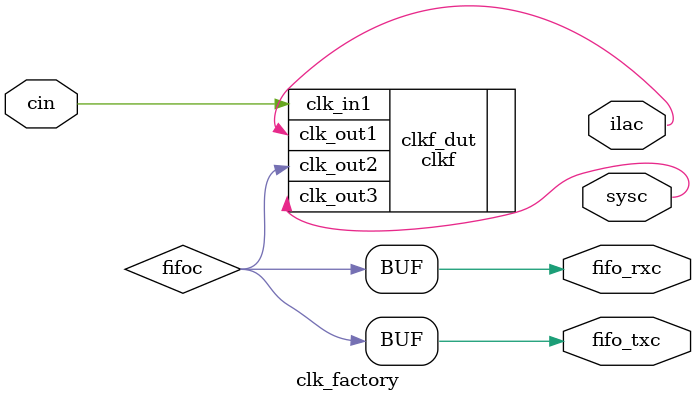
<source format=v>
module clk_factory(
    input cin,
    output sysc,
    output fifo_txc,
    output fifo_rxc,
    output ilac
);

    wire fifoc;

    assign fifo_txc = fifoc;
    assign fifo_rxc = fifoc;

    clkf
    clkf_dut(
        .clk_in1(cin),
        .clk_out1(ilac),
        .clk_out2(fifoc),
        .clk_out3(sysc)
    );





endmodule
</source>
